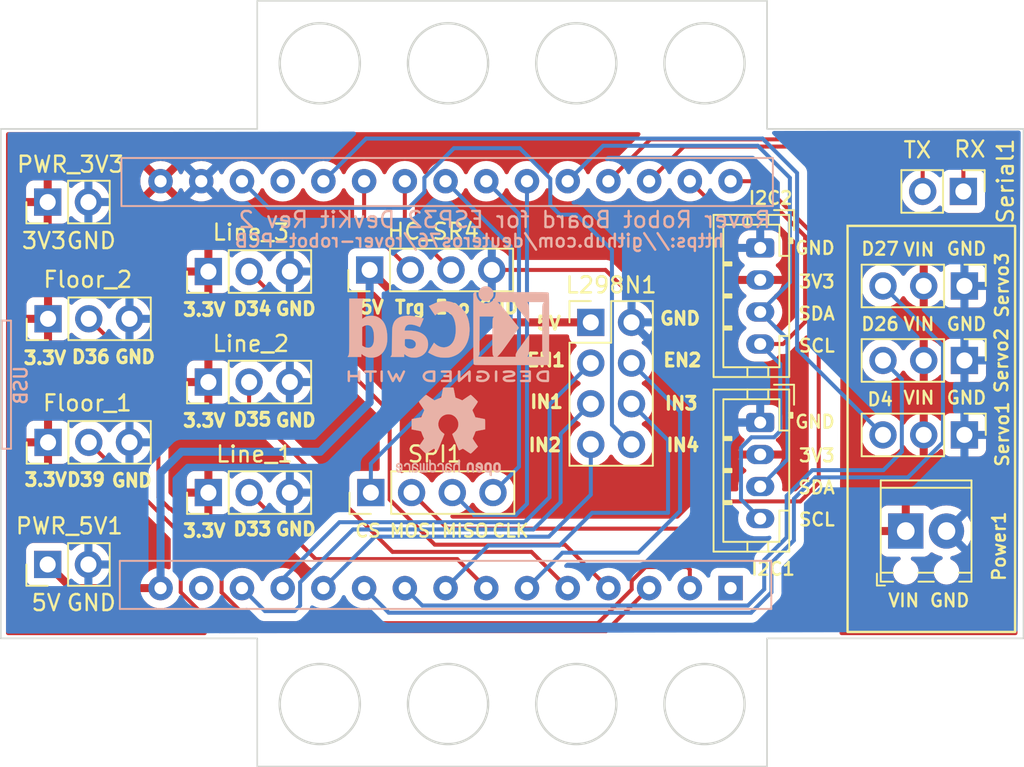
<source format=kicad_pcb>
(kicad_pcb (version 20221018) (generator pcbnew)
  (title_block (title "Rover Robot") (date "2024-01-03") (rev "2"))
  (layers (0 "F.Cu" signal) (31 "B.Cu" signal) (34 "B.Paste" user) (35 "F.Paste" user) (36 "B.SilkS" user "B.Silkscreen") (37 "F.SilkS" user "F.Silkscreen") (38 "B.Mask" user) (39 "F.Mask" user) (44 "Edge.Cuts" user))
  (net 0 "")
  (net 1 "+3.3V")
  (net 2 "GND")
  (net 3 "+5V")
  (net 4 "RX")
  (net 5 "TX")
  (net 7 "Net-(ESP32_DevKit_V1_DOIT1-SENSOR_VP)")
  (net 8 "Net-(ESP32_DevKit_V1_DOIT1-SENSOR_VN)")
  (net 9 "Net-(ESP32_DevKit_V1_DOIT1-IO34)")
  (net 10 "Net-(ESP32_DevKit_V1_DOIT1-IO35)")
  (net 11 "Net-(ESP32_DevKit_V1_DOIT1-IO32)")
  (net 12 "Net-(ESP32_DevKit_V1_DOIT1-IO33)")
  (net 13 "Net-(ESP32_DevKit_V1_DOIT1-IO25)")
  (net 14 "Net-(ESP32_DevKit_V1_DOIT1-IO26)")
  (net 15 "Net-(ESP32_DevKit_V1_DOIT1-IO27)")
  (net 16 "Net-(ESP32_DevKit_V1_DOIT1-IO14)")
  (net 17 "Net-(ESP32_DevKit_V1_DOIT1-IO12)")
  (net 18 "Net-(ESP32_DevKit_V1_DOIT1-IO13)")
  (net 19 "Net-(ESP32_DevKit_V1_DOIT1-IO15)")
  (net 21 "Net-(ESP32_DevKit_V1_DOIT1-IO4)")
  (net 22 "Net-(ESP32_DevKit_V1_DOIT1-IO16)")
  (net 23 "Net-(ESP32_DevKit_V1_DOIT1-IO17)")
  (net 24 "VCS")
  (net 25 "VCLK")
  (net 26 "VMISO")
  (net 27 "SDA")
  (net 28 "SCL")
  (net 29 "VMOSI")
  (net 30 "+9V")
  (footprint "Connector_PinHeader_2.54mm:PinHeader_1x03_P2.54mm_Vertical" (layer "F.Cu") (at 113.025 115.8 90)
    (fp_text reference "Line_2" (at 2.4 2.65 180) (layer "F.SilkS"))
    (fp_text value "TCRT5000")
    (pad "1" thru_hole rect locked (at 0 0 90) (size 1.7 1.7) (drill 1) (layers "*.Cu" "*.Mask") (net 1 "+3.3V"))
    (pad "2" thru_hole oval locked (at 0 2.54 90) (size 1.7 1.7) (drill 1) (layers "*.Cu" "*.Mask") (net 10 "Net-(ESP32_DevKit_V1_DOIT1-IO35)"))
    (pad "3" thru_hole oval locked (at 0 5.08 90) (size 1.7 1.7) (drill 1) (layers "*.Cu" "*.Mask") (net 2 "GND"))
  )
  (footprint "Connector_JST:JST_PH_B4B-PH-K_1x04_P2.00mm_Vertical" (layer "F.Cu") (at 147.45 118.3246 -90)
    (fp_text reference "I2C1" (at 9.1377 -0.8 180) (layer "F.SilkS") (effects (font (size 0.8 0.8))))
    (fp_text value "I2C")
    (pad "1" thru_hole roundrect locked (at 0 0 270) (size 1.2 1.75) (drill 0.75) (layers "*.Cu" "*.Mask") (roundrect_rratio 0.2083333333) (net 2 "GND"))
    (pad "2" thru_hole oval locked (at 2 0 270) (size 1.2 1.75) (drill 0.75) (layers "*.Cu" "*.Mask") (net 1 "+3.3V"))
    (pad "3" thru_hole oval locked (at 4 0 270) (size 1.2 1.75) (drill 0.75) (layers "*.Cu" "*.Mask") (net 27 "SDA"))
    (pad "4" thru_hole oval locked (at 6 0 270) (size 1.2 1.75) (drill 0.75) (layers "*.Cu" "*.Mask") (net 28 "SCL"))
  )
  (footprint "Connector_PinHeader_2.54mm:PinHeader_1x02_P2.54mm_Vertical" (layer "F.Cu") (at 103 104.563175 90)
    (fp_text reference "PWR_3V3" (at 2.35 1.425 180) (layer "F.SilkS"))
    (fp_text value "Conn_3V3")
    (pad "1" thru_hole rect locked (at 0 0 90) (size 1.7 1.7) (drill 1) (layers "*.Cu" "*.Mask") (net 1 "+3.3V"))
    (pad "2" thru_hole oval locked (at 0 2.54 90) (size 1.7 1.7) (drill 1) (layers "*.Cu" "*.Mask") (net 2 "GND"))
  )
  (footprint "TerminalBlock_Phoenix:TerminalBlock_Phoenix_MPT-0,5-2-2.54_1x02_P2.54mm_Horizontal" (layer "F.Cu") (at 156.53 125.1)
    (fp_text reference "Power1" (at 5.82 0.95 90) (layer "F.SilkS") (effects (font (size 0.8 0.8))))
    (fp_text value "Screw_Terminal_01x02")
    (pad "" np_thru_hole circle locked (at 0 2.54) (size 1.1 1.1) (drill 1.1) (layers "*.Cu" "*.Mask"))
    (pad "" np_thru_hole circle locked (at 2.54 2.54) (size 1.1 1.1) (drill 1.1) (layers "*.Cu" "*.Mask"))
    (pad "1" thru_hole rect locked (at 0 0) (size 2.2 2.2) (drill 1.1) (layers "*.Cu" "*.Mask") (net 30 "+9V"))
    (pad "2" thru_hole circle locked (at 2.54 0) (size 2.2 2.2) (drill 1.1) (layers "*.Cu" "*.Mask") (net 2 "GND"))
  )
  (footprint "Connector_PinHeader_2.54mm:PinHeader_1x03_P2.54mm_Vertical" (layer "F.Cu") (at 160.19 109.8 -90)
    (fp_text reference "Servo3" (at -0.05 -2.345 90) (layer "F.SilkS") (effects (font (size 0.8 0.8))))
    (fp_text value "Conn_01x03_Pin")
    (pad "1" thru_hole rect locked (at 0 0 270) (size 1.7 1.7) (drill 1) (layers "*.Cu" "*.Mask") (net 2 "GND"))
    (pad "2" thru_hole oval locked (at 0 2.54 270) (size 1.7 1.7) (drill 1) (layers "*.Cu" "*.Mask") (net 30 "+9V"))
    (pad "3" thru_hole oval locked (at 0 5.08 270) (size 1.7 1.7) (drill 1) (layers "*.Cu" "*.Mask") (net 15 "Net-(ESP32_DevKit_V1_DOIT1-IO27)"))
  )
  (footprint "Connector_PinHeader_2.54mm:PinHeader_1x03_P2.54mm_Vertical" (layer "F.Cu") (at 103.022226 119.5627 90)
    (fp_text reference "Floor_1" (at 2.45 2.45) (layer "F.SilkS"))
    (fp_text value "TCRT5000")
    (pad "1" thru_hole rect locked (at 0 0 90) (size 1.7 1.7) (drill 1) (layers "*.Cu" "*.Mask") (net 1 "+3.3V"))
    (pad "2" thru_hole oval locked (at 0 2.54 90) (size 1.7 1.7) (drill 1) (layers "*.Cu" "*.Mask") (net 8 "Net-(ESP32_DevKit_V1_DOIT1-SENSOR_VN)"))
    (pad "3" thru_hole oval locked (at 0 5.08 90) (size 1.7 1.7) (drill 1) (layers "*.Cu" "*.Mask") (net 2 "GND"))
  )
  (footprint "Connector_PinHeader_2.54mm:PinHeader_1x02_P2.54mm_Vertical" (layer "F.Cu") (at 103 127.1871 90)
    (fp_text reference "PWR_5V1" (at 2.4 1.35) (layer "F.SilkS"))
    (fp_text value "Conn_5V")
    (pad "1" thru_hole rect locked (at 0 0 90) (size 1.7 1.7) (drill 1) (layers "*.Cu" "*.Mask") (net 3 "+5V"))
    (pad "2" thru_hole oval locked (at 0 2.54 90) (size 1.7 1.7) (drill 1) (layers "*.Cu" "*.Mask") (net 2 "GND"))
  )
  (footprint "Connector_PinHeader_2.54mm:PinHeader_1x02_P2.54mm_Vertical" (layer "F.Cu") (at 160.125 103.9 -90)
    (fp_text reference "Serial1" (at -0.65 -2.625 -90) (layer "F.SilkS"))
    (fp_text value "Serial")
    (pad "1" thru_hole rect locked (at 0 0 270) (size 1.7 1.7) (drill 1) (layers "*.Cu" "*.Mask") (net 4 "RX"))
    (pad "2" thru_hole oval locked (at 0 2.54 270) (size 1.7 1.7) (drill 1) (layers "*.Cu" "*.Mask") (net 5 "TX"))
  )
  (footprint "Connector_PinHeader_2.54mm:PinHeader_1x03_P2.54mm_Vertical" (layer "F.Cu") (at 160.19 114.45 -90)
    (fp_text reference "Servo2" (at 0 -2.31 90) (layer "F.SilkS") (effects (font (size 0.8 0.8))))
    (fp_text value "Conn_01x03_Pin")
    (pad "1" thru_hole rect locked (at 0 0 270) (size 1.7 1.7) (drill 1) (layers "*.Cu" "*.Mask") (net 2 "GND"))
    (pad "2" thru_hole oval locked (at 0 2.54 270) (size 1.7 1.7) (drill 1) (layers "*.Cu" "*.Mask") (net 30 "+9V"))
    (pad "3" thru_hole oval locked (at 0 5.08 270) (size 1.7 1.7) (drill 1) (layers "*.Cu" "*.Mask") (net 14 "Net-(ESP32_DevKit_V1_DOIT1-IO26)"))
  )
  (footprint "Connector_PinHeader_2.54mm:PinHeader_2x04_P2.54mm_Vertical" (layer "F.Cu") (at 136.8814 112.0743)
    (fp_text reference "L298N1" (at 1.27 -2.33) (layer "F.SilkS"))
    (fp_text value "L298N")
    (pad "1" thru_hole rect locked (at 0 0) (size 1.7 1.7) (drill 1) (layers "*.Cu" "*.Mask") (net 3 "+5V"))
    (pad "2" thru_hole oval locked (at 2.54 0) (size 1.7 1.7) (drill 1) (layers "*.Cu" "*.Mask") (net 2 "GND"))
    (pad "3" thru_hole oval locked (at 0 2.54) (size 1.7 1.7) (drill 1) (layers "*.Cu" "*.Mask") (net 17 "Net-(ESP32_DevKit_V1_DOIT1-IO12)"))
    (pad "4" thru_hole oval locked (at 2.54 2.54) (size 1.7 1.7) (drill 1) (layers "*.Cu" "*.Mask") (net 11 "Net-(ESP32_DevKit_V1_DOIT1-IO32)"))
    (pad "5" thru_hole oval locked (at 0 5.08) (size 1.7 1.7) (drill 1) (layers "*.Cu" "*.Mask") (net 18 "Net-(ESP32_DevKit_V1_DOIT1-IO13)"))
    (pad "6" thru_hole oval locked (at 2.54 5.08) (size 1.7 1.7) (drill 1) (layers "*.Cu" "*.Mask") (net 13 "Net-(ESP32_DevKit_V1_DOIT1-IO25)"))
    (pad "7" thru_hole oval locked (at 0 7.62) (size 1.7 1.7) (drill 1) (layers "*.Cu" "*.Mask") (net 16 "Net-(ESP32_DevKit_V1_DOIT1-IO14)"))
    (pad "8" thru_hole oval locked (at 2.54 7.62) (size 1.7 1.7) (drill 1) (layers "*.Cu" "*.Mask") (net 19 "Net-(ESP32_DevKit_V1_DOIT1-IO15)"))
  )
  (footprint "Connector_JST:JST_PH_B4B-PH-K_1x04_P2.00mm_Vertical" (layer "F.Cu") (at 147.45 107.4246 -90)
    (fp_text reference "I2C2" (at -3.1123 -0.65 180) (layer "F.SilkS") (effects (font (size 0.8 0.8))))
    (fp_text value "I2C" hide)
    (pad "1" thru_hole roundrect locked (at 0 0 270) (size 1.2 1.75) (drill 0.75) (layers "*.Cu" "*.Mask") (roundrect_rratio 0.2083333333) (net 2 "GND"))
    (pad "2" thru_hole oval locked (at 2 0 270) (size 1.2 1.75) (drill 0.75) (layers "*.Cu" "*.Mask") (net 1 "+3.3V"))
    (pad "3" thru_hole oval locked (at 4 0 270) (size 1.2 1.75) (drill 0.75) (layers "*.Cu" "*.Mask") (net 27 "SDA"))
    (pad "4" thru_hole oval locked (at 6 0 270) (size 1.2 1.75) (drill 0.75) (layers "*.Cu" "*.Mask") (net 28 "SCL"))
  )
  (footprint "Connector_PinHeader_2.54mm:PinHeader_1x03_P2.54mm_Vertical" (layer "F.Cu") (at 113.025 108.9 90)
    (fp_text reference "Line_3" (at 2.45 2.65 180) (layer "F.SilkS"))
    (fp_text value "TCRT5000")
    (pad "1" thru_hole rect locked (at 0 0 90) (size 1.7 1.7) (drill 1) (layers "*.Cu" "*.Mask") (net 1 "+3.3V"))
    (pad "2" thru_hole oval locked (at 0 2.54 90) (size 1.7 1.7) (drill 1) (layers "*.Cu" "*.Mask") (net 9 "Net-(ESP32_DevKit_V1_DOIT1-IO34)"))
    (pad "3" thru_hole oval locked (at 0 5.08 90) (size 1.7 1.7) (drill 1) (layers "*.Cu" "*.Mask") (net 2 "GND"))
  )
  (footprint "Connector_PinHeader_2.54mm:PinHeader_1x03_P2.54mm_Vertical" (layer "F.Cu") (at 103.022226 111.85 90)
    (fp_text reference "Floor_2" (at 2.45 2.48) (layer "F.SilkS"))
    (fp_text value "TCRT5000")
    (pad "1" thru_hole rect locked (at 0 0 90) (size 1.7 1.7) (drill 1) (layers "*.Cu" "*.Mask") (net 1 "+3.3V"))
    (pad "2" thru_hole oval locked (at 0 2.54 90) (size 1.7 1.7) (drill 1) (layers "*.Cu" "*.Mask") (net 7 "Net-(ESP32_DevKit_V1_DOIT1-SENSOR_VP)"))
    (pad "3" thru_hole oval locked (at 0 5.08 90) (size 1.7 1.7) (drill 1) (layers "*.Cu" "*.Mask") (net 2 "GND"))
  )
  (footprint "Connector_PinHeader_2.54mm:PinHeader_1x04_P2.54mm_Vertical" (layer "F.Cu") (at 123.0842 108.8016 90)
    (fp_text reference "HC_SR4" (at 2.4016 3.97) (layer "F.SilkS"))
    (fp_text value "HC SR04")
    (pad "1" thru_hole rect locked (at 0 0 90) (size 1.7 1.7) (drill 1) (layers "*.Cu" "*.Mask") (net 3 "+5V"))
    (pad "2" thru_hole oval locked (at 0 2.54 90) (size 1.7 1.7) (drill 1) (layers "*.Cu" "*.Mask") (net 22 "Net-(ESP32_DevKit_V1_DOIT1-IO16)"))
    (pad "3" thru_hole oval locked (at 0 5.08 90) (size 1.7 1.7) (drill 1) (layers "*.Cu" "*.Mask") (net 23 "Net-(ESP32_DevKit_V1_DOIT1-IO17)"))
    (pad "4" thru_hole oval locked (at 0 7.62 90) (size 1.7 1.7) (drill 1) (layers "*.Cu" "*.Mask") (net 2 "GND"))
  )
  (footprint "Connector_PinHeader_2.54mm:PinHeader_1x04_P2.54mm_Vertical" (layer "F.Cu") (at 123.16 122.7 90)
    (fp_text reference "SPI1" (at 2.4 4 180) (layer "F.SilkS"))
    (fp_text value "Conn_01x04_Pin")
    (pad "1" thru_hole rect locked (at 0 0 90) (size 1.7 1.7) (drill 1) (layers "*.Cu" "*.Mask") (net 24 "VCS"))
    (pad "2" thru_hole oval locked (at 0 2.54 90) (size 1.7 1.7) (drill 1) (layers "*.Cu" "*.Mask") (net 29 "VMOSI"))
    (pad "3" thru_hole oval locked (at 0 5.08 90) (size 1.7 1.7) (drill 1) (layers "*.Cu" "*.Mask") (net 26 "VMISO"))
    (pad "4" thru_hole oval locked (at 0 7.62 90) (size 1.7 1.7) (drill 1) (layers "*.Cu" "*.Mask") (net 25 "VCLK"))
  )
  (footprint "Connector_PinHeader_2.54mm:PinHeader_1x03_P2.54mm_Vertical" (layer "F.Cu") (at 160.19 119.1 -90)
    (fp_text reference "Servo1" (at -0.05 -2.36 -90) (layer "F.SilkS") (effects (font (size 0.8 0.8))))
    (fp_text value "Conn_01x03_Pin")
    (pad "1" thru_hole rect locked (at 0 0 270) (size 1.7 1.7) (drill 1) (layers "*.Cu" "*.Mask") (net 2 "GND"))
    (pad "2" thru_hole oval locked (at 0 2.54 270) (size 1.7 1.7) (drill 1) (layers "*.Cu" "*.Mask") (net 30 "+9V"))
    (pad "3" thru_hole oval locked (at 0 5.08 270) (size 1.7 1.7) (drill 1) (layers "*.Cu" "*.Mask") (net 21 "Net-(ESP32_DevKit_V1_DOIT1-IO4)"))
  )
  (footprint "Connector_PinHeader_2.54mm:PinHeader_1x03_P2.54mm_Vertical" (layer "F.Cu") (at 113.025 122.7 90)
    (fp_text reference "Line_1" (at 2.4 2.8702 180) (layer "F.SilkS"))
    (fp_text value "TCRT5000")
    (pad "1" thru_hole rect locked (at 0 0 90) (size 1.7 1.7) (drill 1) (layers "*.Cu" "*.Mask") (net 1 "+3.3V"))
    (pad "2" thru_hole oval locked (at 0 2.54 90) (size 1.7 1.7) (drill 1) (layers "*.Cu" "*.Mask") (net 12 "Net-(ESP32_DevKit_V1_DOIT1-IO33)"))
    (pad "3" thru_hole oval locked (at 0 5.08 90) (size 1.7 1.7) (drill 1) (layers "*.Cu" "*.Mask") (net 2 "GND"))
  )
  (footprint "Symbol:KiCad-Logo2_5mm_SilkScreen" (layer "B.Cu") (at 128 112.8 180)
    (fp_text reference "KiCad" hide)
    (fp_text value "KiCad-Logo2_5mm_SilkScreen" hide)
  )
  (footprint "ESP32_DevKit_V1_DOIT:esp32_devkit_v1_doit_simplified" (layer "B.Cu") (at 145.6 115.962437 90)
    (fp_text reference "ESP32_DevKit_V1_DOIT1" hide)
    (fp_text value "ESP32_DevKit_V1_DOIT")
    (fp_text user "USB" (at -0.040566 -44.279454 270) (layer "B.SilkS") (effects (font (size 0.8 0.8)) (justify mirror)))
    (pad "1" thru_hole rect locked (at -12.7 0 90) (size 1.524 1.524) (drill 0.762) (layers "*.Cu" "*.Mask"))
    (pad "2" thru_hole circle locked (at -12.7 -2.54 90) (size 1.524 1.524) (drill 0.762) (layers "*.Cu" "*.Mask") (net 7 "Net-(ESP32_DevKit_V1_DOIT1-SENSOR_VP)"))
    (pad "3" thru_hole circle locked (at -12.7 -5.08 90) (size 1.524 1.524) (drill 0.762) (layers "*.Cu" "*.Mask") (net 8 "Net-(ESP32_DevKit_V1_DOIT1-SENSOR_VN)"))
    (pad "4" thru_hole circle locked (at -12.7 -7.62 90) (size 1.524 1.524) (drill 0.762) (layers "*.Cu" "*.Mask") (net 9 "Net-(ESP32_DevKit_V1_DOIT1-IO34)"))
    (pad "5" thru_hole circle locked (at -12.7 -10.16 90) (size 1.524 1.524) (drill 0.762) (layers "*.Cu" "*.Mask") (net 10 "Net-(ESP32_DevKit_V1_DOIT1-IO35)"))
    (pad "6" thru_hole circle locked (at -12.7 -12.7 90) (size 1.524 1.524) (drill 0.762) (layers "*.Cu" "*.Mask") (net 11 "Net-(ESP32_DevKit_V1_DOIT1-IO32)"))
    (pad "7" thru_hole circle locked (at -12.7 -15.24 90) (size 1.524 1.524) (drill 0.762) (layers "*.Cu" "*.Mask") (net 12 "Net-(ESP32_DevKit_V1_DOIT1-IO33)"))
    (pad "8" thru_hole circle locked (at -12.7 -17.78 90) (size 1.524 1.524) (drill 0.762) (layers "*.Cu" "*.Mask") (net 13 "Net-(ESP32_DevKit_V1_DOIT1-IO25)"))
    (pad "9" thru_hole circle locked (at -12.7 -20.32 90) (size 1.524 1.524) (drill 0.762) (layers "*.Cu" "*.Mask") (net 14 "Net-(ESP32_DevKit_V1_DOIT1-IO26)"))
    (pad "10" thru_hole circle locked (at -12.7 -22.86 90) (size 1.524 1.524) (drill 0.762) (layers "*.Cu" "*.Mask") (net 15 "Net-(ESP32_DevKit_V1_DOIT1-IO27)"))
    (pad "11" thru_hole circle locked (at -12.7 -25.4 90) (size 1.524 1.524) (drill 0.762) (layers "*.Cu" "*.Mask") (net 16 "Net-(ESP32_DevKit_V1_DOIT1-IO14)"))
    (pad "12" thru_hole circle locked (at -12.7 -27.94 90) (size 1.524 1.524) (drill 0.762) (layers "*.Cu" "*.Mask") (net 17 "Net-(ESP32_DevKit_V1_DOIT1-IO12)"))
    (pad "13" thru_hole circle locked (at -12.7 -30.48 90) (size 1.524 1.524) (drill 0.762) (layers "*.Cu" "*.Mask") (net 18 "Net-(ESP32_DevKit_V1_DOIT1-IO13)"))
    (pad "14" thru_hole circle locked (at -12.7 -33.02 90) (size 1.524 1.524) (drill 0.762) (layers "*.Cu" "*.Mask"))
    (pad "15" thru_hole circle locked (at -12.7 -35.56 90) (size 1.524 1.524) (drill 0.762) (layers "*.Cu" "*.Mask") (net 3 "+5V"))
    (pad "16" thru_hole circle locked (at 12.7 -35.56 90) (size 1.524 1.524) (drill 0.762) (layers "*.Cu" "*.Mask") (net 1 "+3.3V"))
    (pad "17" thru_hole circle locked (at 12.7 -33.02 90) (size 1.524 1.524) (drill 0.762) (layers "*.Cu" "*.Mask") (net 2 "GND"))
    (pad "18" thru_hole circle locked (at 12.7 -30.48 90) (size 1.524 1.524) (drill 0.762) (layers "*.Cu" "*.Mask") (net 19 "Net-(ESP32_DevKit_V1_DOIT1-IO15)"))
    (pad "19" thru_hole circle locked (at 12.7 -27.94 90) (size 1.524 1.524) (drill 0.762) (layers "*.Cu" "*.Mask"))
    (pad "20" thru_hole circle locked (at 12.7 -25.4 90) (size 1.524 1.524) (drill 0.762) (layers "*.Cu" "*.Mask") (net 21 "Net-(ESP32_DevKit_V1_DOIT1-IO4)"))
    (pad "21" thru_hole circle locked (at 12.7 -22.86 90) (size 1.524 1.524) (drill 0.762) (layers "*.Cu" "*.Mask") (net 22 "Net-(ESP32_DevKit_V1_DOIT1-IO16)"))
    (pad "22" thru_hole circle locked (at 12.7 -20.32 90) (size 1.524 1.524) (drill 0.762) (layers "*.Cu" "*.Mask") (net 23 "Net-(ESP32_DevKit_V1_DOIT1-IO17)"))
    (pad "23" thru_hole circle locked (at 12.7 -17.78 90) (size 1.524 1.524) (drill 0.762) (layers "*.Cu" "*.Mask") (net 24 "VCS"))
    (pad "24" thru_hole circle locked (at 12.7 -15.24 90) (size 1.524 1.524) (drill 0.762) (layers "*.Cu" "*.Mask") (net 25 "VCLK"))
    (pad "25" thru_hole circle locked (at 12.7 -12.7 90) (size 1.524 1.524) (drill 0.762) (layers "*.Cu" "*.Mask") (net 26 "VMISO"))
    (pad "26" thru_hole circle locked (at 12.7 -10.16 90) (size 1.524 1.524) (drill 0.762) (layers "*.Cu" "*.Mask") (net 27 "SDA"))
    (pad "27" thru_hole circle locked (at 12.7 -7.62 90) (size 1.524 1.524) (drill 0.762) (layers "*.Cu" "*.Mask") (net 4 "RX"))
    (pad "28" thru_hole circle locked (at 12.7 -5.08 90) (size 1.524 1.524) (drill 0.762) (layers "*.Cu" "*.Mask") (net 5 "TX"))
    (pad "29" thru_hole circle locked (at 12.7 -2.54 90) (size 1.524 1.524) (drill 0.762) (layers "*.Cu" "*.Mask") (net 28 "SCL"))
    (pad "30" thru_hole circle locked (at 12.7 0 90) (size 1.524 1.524) (drill 0.762) (layers "*.Cu" "*.Mask") (net 29 "VMOSI"))
  )
  (footprint "Symbol:OSHW-Logo2_7.3x6mm_SilkScreen" (layer "B.Cu") (at 127.994383 118.9 180)
    (fp_text reference "REF**" hide)
    (fp_text value "OSHW-Logo2_7.3x6mm_SilkScreen" hide)
  )
  (gr_rect locked (start 152.9 106.05) (end 163.35 131.4) (stroke (width 0.15)) (fill none) (layer "F.SilkS"))
  (gr_circle locked (center 135.975 135.9) (end 138.475 135.9) (stroke (width 0.15)) (fill none) (layer "Edge.Cuts"))
  (gr_circle locked (center 135.975 95.9) (end 138.475 95.9) (stroke (width 0.15)) (fill none) (layer "Edge.Cuts"))
  (gr_circle locked (center 119.975 135.9) (end 122.475 135.9) (stroke (width 0.15)) (fill none) (layer "Edge.Cuts"))
  (gr_circle locked (center 127.975 95.9) (end 130.475 95.9) (stroke (width 0.15)) (fill none) (layer "Edge.Cuts"))
  (gr_poly locked (pts (xy 163.875 131.8) (xy 163.875 100) (xy 147.875 100) (xy 147.875 92) (xy 116.075 92) (xy 116.075 100) (xy 100.075 100) (xy 100.075 131.8) (xy 116.075 131.8) (xy 116.075 139.8) (xy 147.875 139.8) (xy 147.875 131.8)) (stroke (width 0.1)) (fill none) (layer "Edge.Cuts"))
  (gr_circle locked (center 143.975 135.9) (end 146.475 135.9) (stroke (width 0.15)) (fill none) (layer "Edge.Cuts"))
  (gr_circle locked (center 143.975 95.9) (end 146.475 95.9) (stroke (width 0.15)) (fill none) (layer "Edge.Cuts"))
  (gr_circle locked (center 119.975 95.9) (end 122.475 95.9) (stroke (width 0.15)) (fill none) (layer "Edge.Cuts"))
  (gr_circle locked (center 127.975 135.9) (end 130.475 135.9) (stroke (width 0.15)) (fill none) (layer "Edge.Cuts"))
  (gr_text "https://github.com/deuteros76/rover-robot-PCB" (at 145.3 107.45) (layer "B.SilkS") (effects (font (size 0.8 0.8)) (justify left bottom mirror)))
  (gr_text locked "Rover Robot Board for ESP32 DevKit Rev 2" (at 148.2 106.25) (layer "B.SilkS") (effects (font (size 1 1)) (justify left bottom mirror)))
  (gr_text locked "GND" (at 104.1 130.163175) (layer "F.SilkS") (effects (font (size 1 1)) (justify left bottom)))
  (gr_text locked "CLK" (at 130.65 125.55) (layer "F.SilkS") (effects (font (size 0.8 0.8)) (justify left bottom)))
  (gr_text locked "SDA" (at 149.740476 122.85) (layer "F.SilkS") (effects (font (size 0.8 0.8)) (justify left bottom)))
  (gr_text locked "IN1" (at 133 117.5) (layer "F.SilkS") (effects (font (size 0.8 0.8) (thickness 0.2)) (justify left bottom)))
  (gr_text locked "GND" (at 117.125 118.65) (layer "F.SilkS") (effects (font (size 0.8 0.8) (thickness 0.2)) (justify left bottom)))
  (gr_text locked "5V" (at 122.36 111.6) (layer "F.SilkS") (effects (font (size 0.8 0.8) (thickness 0.2)) (justify left bottom)))
  (gr_text locked "GND" (at 117.125 111.7) (layer "F.SilkS") (effects (font (size 0.8 0.8) (thickness 0.2)) (justify left bottom)))
  (gr_text locked "3.3V" (at 111.3412 118.6725) (layer "F.SilkS") (effects (font (size 0.8 0.8) (thickness 0.2)) (justify left bottom)))
  (gr_text locked "Eco" (at 127.06 111.6) (layer "F.SilkS") (effects (font (size 0.8 0.8) (thickness 0.2)) (justify left bottom)))
  (gr_text locked "TX" (at 156.3 101.9) (layer "F.SilkS") (effects (font (size 1 1)) (justify left bottom)))
  (gr_text locked "MISO" (at 127.5 125.55) (layer "F.SilkS") (effects (font (size 0.8 0.8)) (justify left bottom)))
  (gr_text locked "MOSI" (at 124.25 125.55) (layer "F.SilkS") (effects (font (size 0.8 0.8)) (justify left bottom)))
  (gr_text locked "GND" (at 149.55 107.9) (layer "F.SilkS") (effects (font (size 0.8 0.8)) (justify left bottom)))
  (gr_text locked "IN4" (at 141.5 120.2) (layer "F.SilkS") (effects (font (size 0.8 0.8) (thickness 0.2)) (justify left bottom)))
  (gr_text locked "EN2" (at 141.3 114.9) (layer "F.SilkS") (effects (font (size 0.8 0.8) (thickness 0.2)) (justify left bottom)))
  (gr_text locked "GND\n" (at 159 107.95) (layer "F.SilkS") (effects (font (size 0.8 0.8)) (justify left bottom)))
  (gr_text locked "GND\n" (at 159 112.65) (layer "F.SilkS") (effects (font (size 0.8 0.8)) (justify left bottom)))
  (gr_text locked "GND" (at 117.125 125.45) (layer "F.SilkS") (effects (font (size 0.8 0.8) (thickness 0.2)) (justify left bottom)))
  (gr_text locked "CS" (at 122.1 125.55) (layer "F.SilkS") (effects (font (size 0.8 0.8)) (justify left bottom)))
  (gr_text locked "D39" (at 104.1 122.3627) (layer "F.SilkS") (effects (font (size 0.8 0.8) (thickness 0.2)) (justify left bottom)))
  (gr_text locked "3.3V" (at 111.3412 111.75) (layer "F.SilkS") (effects (font (size 0.8 0.8) (thickness 0.2)) (justify left bottom)))
  (gr_text locked "D35" (at 114.475 118.6) (layer "F.SilkS") (effects (font (size 0.8 0.8) (thickness 0.2)) (justify left bottom)))
  (gr_text locked "SCL" (at 149.778571 114) (layer "F.SilkS") (effects (font (size 0.8 0.8)) (justify left bottom)))
  (gr_text locked "D34" (at 114.475 111.7) (layer "F.SilkS") (effects (font (size 0.8 0.8) (thickness 0.2)) (justify left bottom)))
  (gr_text locked "3.3V" (at 101.4 114.7627) (layer "F.SilkS") (effects (font (size 0.8 0.8) (thickness 0.2)) (justify left bottom)))
  (gr_text locked "GND" (at 129.76 111.6) (layer "F.SilkS") (effects (font (size 0.8 0.8) (thickness 0.2)) (justify left bottom)))
  (gr_text locked "D26" (at 153.669047 112.65) (layer "F.SilkS") (effects (font (size 0.8 0.8)) (justify left bottom)))
  (gr_text locked "VIN" (at 156.3 112.65) (layer "F.SilkS") (effects (font (size 0.8 0.8)) (justify left bottom)))
  (gr_text locked "IN3" (at 141.4 117.6) (layer "F.SilkS") (effects (font (size 0.8 0.8) (thickness 0.2)) (justify left bottom)))
  (gr_text locked "VIN" (at 156.3 108) (layer "F.SilkS") (effects (font (size 0.8 0.8)) (justify left bottom)))
  (gr_text locked "GND\n" (at 159 117.25) (layer "F.SilkS") (effects (font (size 0.8 0.8)) (justify left bottom)))
  (gr_text locked "SDA" (at 149.740476 112) (layer "F.SilkS") (effects (font (size 0.8 0.8)) (justify left bottom)))
  (gr_text locked "GND" (at 107.1 114.7) (layer "F.SilkS") (effects (font (size 0.8 0.8) (thickness 0.2)) (justify left bottom)))
  (gr_text locked "3V3" (at 149.778571 110) (layer "F.SilkS") (effects (font (size 0.8 0.8)) (justify left bottom)))
  (gr_text locked "D27" (at 153.669047 107.95) (layer "F.SilkS") (effects (font (size 0.8 0.8)) (justify left bottom)))
  (gr_text locked "D33" (at 114.475 125.4472) (layer "F.SilkS") (effects (font (size 0.8 0.8) (thickness 0.2)) (justify left bottom)))
  (gr_text locked "5V" (at 133.4 112.6) (layer "F.SilkS") (effects (font (size 0.8 0.8) (thickness 0.2)) (justify left bottom)))
  (gr_text locked "D4" (at 154.05 117.35) (layer "F.SilkS") (effects (font (size 0.8 0.8)) (justify left bottom)))
  (gr_text locked "GND" (at 106.9 122.4127) (layer "F.SilkS") (effects (font (size 0.8 0.8) (thickness 0.2)) (justify left bottom)))
  (gr_text locked "3.3V" (at 111.3412 125.5508) (layer "F.SilkS") (effects (font (size 0.8 0.8) (thickness 0.2)) (justify left bottom)))
  (gr_text locked "GND\n" (at 157.95 129.9) (layer "F.SilkS") (effects (font (size 0.8 0.8)) (justify left bottom)))
  (gr_text locked "IN2" (at 132.9 120.2) (layer "F.SilkS") (effects (font (size 0.8 0.8) (thickness 0.2)) (justify left bottom)))
  (gr_text locked "GND" (at 141.1 112.3) (layer "F.SilkS") (effects (font (size 0.8 0.8) (thickness 0.2)) (justify left bottom)))
  (gr_text locked "3V3" (at 101.3 107.563175) (layer "F.SilkS") (effects (font (size 1 1)) (justify left bottom)))
  (gr_text locked "VIN" (at 155.35 129.9) (layer "F.SilkS") (effects (font (size 0.8 0.8)) (justify left bottom)))
  (gr_text locked "VIN" (at 156.3 117.25) (layer "F.SilkS") (effects (font (size 0.8 0.8)) (justify left bottom)))
  (gr_text locked "Trg" (at 124.56 111.6) (layer "F.SilkS") (effects (font (size 0.8 0.8) (thickness 0.2)) (justify left bottom)))
  (gr_text locked "GND" (at 149.55 118.75) (layer "F.SilkS") (effects (font (size 0.8 0.8)) (justify left bottom)))
  (gr_text locked "3V3" (at 149.778571 120.85) (layer "F.SilkS") (effects (font (size 0.8 0.8)) (justify left bottom)))
  (gr_text locked "D36" (at 104.4 114.7) (layer "F.SilkS") (effects (font (size 0.8 0.8) (thickness 0.2)) (justify left bottom)))
  (gr_text locked "RX" (at 159.45 101.85) (layer "F.SilkS") (effects (font (size 1 1)) (justify left bottom)))
  (gr_text locked "5V" (at 101.9 130.163175) (layer "F.SilkS") (effects (font (size 1 1)) (justify left bottom)))
  (gr_text locked "SCL" (at 149.778571 124.85) (layer "F.SilkS") (effects (font (size 0.8 0.8)) (justify left bottom)))
  (gr_text locked "3.3V" (at 101.45 122.3627) (layer "F.SilkS") (effects (font (size 0.8 0.8) (thickness 0.2)) (justify left bottom)))
  (gr_text locked "GND" (at 104.1 107.563175) (layer "F.SilkS") (effects (font (size 1 1)) (justify left bottom)))
  (gr_text locked "EN1" (at 132.8 114.9) (layer "F.SilkS") (effects (font (size 0.8 0.8) (thickness 0.2)) (justify left bottom)))
  (segment (start 139.4214 110.4246) (end 139.4214 112.0743) (width 0.25) (layer "F.Cu") (net 2))
  (segment (start 137.7984 108.8016) (end 139.4214 110.4246) (width 0.25) (layer "F.Cu") (net 2))
  (segment (start 130.7042 108.8016) (end 137.7984 108.8016) (width 0.25) (layer "F.Cu") (net 2))
  (segment (start 145.6717 118.3246) (end 139.4214 112.0743) (width 0.5) (layer "B.Cu") (net 2))
  (segment (start 147.45 118.3246) (end 145.6717 118.3246) (width 0.5) (layer "B.Cu") (net 2))
  (segment (start 104.475337 128.662437) (end 110.04 128.662437) (width 0.5) (layer "F.Cu") (net 3))
  (segment (start 123.0842 108.8016) (end 126.3569 112.0743) (width 0.5) (layer "F.Cu") (net 3))
  (segment (start 126.3569 112.0743) (end 136.8814 112.0743) (width 0.5) (layer "F.Cu") (net 3))
  (segment (start 103 127.1871) (end 104.475337 128.662437) (width 0.5) (layer "F.Cu") (net 3))
  (segment (start 110.04 128.662437) (end 110.04 124.9) (width 0.5) (layer "B.Cu") (net 3))
  (segment (start 111.35 120.15) (end 110.04 121.46) (width 0.5) (layer "B.Cu") (net 3))
  (segment (start 110.04 121.46) (end 110.04 124.9) (width 0.5) (layer "B.Cu") (net 3))
  (segment (start 120 120.15) (end 111.35 120.15) (width 0.5) (layer "B.Cu") (net 3))
  (segment (start 123.0842 117.0658) (end 120 120.15) (width 0.5) (layer "B.Cu") (net 3))
  (segment (start 123.0842 108.8016) (end 123.0842 117.0658) (width 0.5) (layer "B.Cu") (net 3))
  (segment (start 160.125 102.425) (end 160.125 103.9) (width 0.25) (layer "F.Cu") (net 4))
  (segment (start 158.35 100.65) (end 160.125 102.425) (width 0.25) (layer "F.Cu") (net 4))
  (segment (start 140.592437 100.65) (end 158.35 100.65) (width 0.25) (layer "F.Cu") (net 4))
  (segment (start 137.98 103.262437) (end 140.592437 100.65) (width 0.25) (layer "F.Cu") (net 4))
  (segment (start 157.585 101.735) (end 157.585 103.9) (width 0.25) (layer "F.Cu") (net 5))
  (segment (start 142.682437 101.1) (end 156.95 101.1) (width 0.25) (layer "F.Cu") (net 5))
  (segment (start 156.95 101.1) (end 157.585 101.735) (width 0.25) (layer "F.Cu") (net 5))
  (segment (start 140.52 103.262437) (end 142.682437 101.1) (width 0.25) (layer "F.Cu") (net 5))
  (segment (start 115.770312 130.85) (end 137.329688 130.85) (width 0.25) (layer "F.Cu") (net 7))
  (segment (start 139.433 128.212186) (end 140.295186 127.35) (width 0.25) (layer "F.Cu") (net 7))
  (segment (start 142.9 127.35) (end 143.06 127.51) (width 0.25) (layer "F.Cu") (net 7))
  (segment (start 110.65 123.7) (end 113.85 126.9) (width 0.25) (layer "F.Cu") (net 7))
  (segment (start 143.06 127.51) (end 143.06 128.662437) (width 0.25) (layer "F.Cu") (net 7))
  (segment (start 113.85 126.9) (end 113.85 128.929688) (width 0.25) (layer "F.Cu") (net 7))
  (segment (start 110.6 123.7) (end 109.906113 123.006113) (width 0.25) (layer "F.Cu") (net 7))
  (segment (start 137.329688 130.85) (end 139.433 128.746688) (width 0.25) (layer "F.Cu") (net 7))
  (segment (start 140.295186 127.35) (end 142.9 127.35) (width 0.25) (layer "F.Cu") (net 7))
  (segment (start 110.65 123.7) (end 110.6 123.7) (width 0.25) (layer "F.Cu") (net 7))
  (segment (start 139.433 128.746688) (end 139.433 128.212186) (width 0.25) (layer "F.Cu") (net 7))
  (segment (start 109.906113 123.006113) (end 109.906113 116.193887) (width 0.25) (layer "F.Cu") (net 7))
  (segment (start 113.85 128.929688) (end 115.770312 130.85) (width 0.25) (layer "F.Cu") (net 7))
  (segment (start 105.562226 111.85) (end 109.906113 116.193887) (width 0.25) (layer "F.Cu") (net 7))
  (segment (start 105.562226 119.5627) (end 111.3 125.300474) (width 0.25) (layer "F.Cu") (net 8))
  (segment (start 113.730312 131.35) (end 137.832437 131.35) (width 0.25) (layer "F.Cu") (net 8))
  (segment (start 111.3 125.300474) (end 111.3 128.919688) (width 0.25) (layer "F.Cu") (net 8))
  (segment (start 111.3 128.919688) (end 113.730312 131.35) (width 0.25) (layer "F.Cu") (net 8))
  (segment (start 137.832437 131.35) (end 140.52 128.662437) (width 0.25) (layer "F.Cu") (net 8))
  (segment (start 127.15 125.95) (end 135.267563 125.95) (width 0.25) (layer "F.Cu") (net 9))
  (segment (start 135.267563 125.95) (end 137.98 128.662437) (width 0.25) (layer "F.Cu") (net 9))
  (segment (start 124.335 117.67) (end 124.335 123.135) (width 0.25) (layer "F.Cu") (net 9))
  (segment (start 124.335 123.135) (end 127.15 125.95) (width 0.25) (layer "F.Cu") (net 9))
  (segment (start 115.565 108.9) (end 124.335 117.67) (width 0.25) (layer "F.Cu") (net 9))
  (segment (start 133.177563 126.4) (end 135.44 128.662437) (width 0.25) (layer "F.Cu") (net 10))
  (segment (start 115.565 115.8) (end 115.565 117.455) (width 0.25) (layer "F.Cu") (net 10))
  (segment (start 124.51 126.4) (end 133.177563 126.4) (width 0.25) (layer "F.Cu") (net 10))
  (segment (start 115.565 117.455) (end 124.51 126.4) (width 0.25) (layer "F.Cu") (net 10))
  (segment (start 139.85 126.45) (end 135.112437 126.45) (width 0.25) (layer "B.Cu") (net 11))
  (segment (start 139.4214 114.6143) (end 142.45 117.6429) (width 0.25) (layer "B.Cu") (net 11))
  (segment (start 142.45 117.6429) (end 142.45 123.85) (width 0.25) (layer "B.Cu") (net 11))
  (segment (start 135.112437 126.45) (end 132.9 128.662437) (width 0.25) (layer "B.Cu") (net 11))
  (segment (start 142.45 123.85) (end 139.85 126.45) (width 0.25) (layer "B.Cu") (net 11))
  (segment (start 119.715 126.85) (end 115.565 122.7) (width 0.25) (layer "F.Cu") (net 12))
  (segment (start 128.547563 126.85) (end 119.715 126.85) (width 0.25) (layer "F.Cu") (net 12))
  (segment (start 130.36 128.662437) (end 128.547563 126.85) (width 0.25) (layer "F.Cu") (net 12))
  (segment (start 141.7 123.963604) (end 136.962437 123.963604) (width 0.25) (layer "B.Cu") (net 13))
  (segment (start 130.482437 126) (end 127.82 128.662437) (width 0.25) (layer "B.Cu") (net 13))
  (segment (start 136.962437 123.963604) (end 134.926041 126) (width 0.25) (layer "B.Cu") (net 13))
  (segment (start 139.4214 117.1543) (end 141.7 119.4329) (width 0.25) (layer "B.Cu") (net 13))
  (segment (start 141.7 119.4329) (end 141.7 123.963604) (width 0.25) (layer "B.Cu") (net 13))
  (segment (start 134.926041 126) (end 130.482437 126) (width 0.25) (layer "B.Cu") (net 13))
  (segment (start 155.11 114.45) (end 156.285 115.625) (width 0.25) (layer "B.Cu") (net 14))
  (segment (start 156.285 115.625) (end 156.285 120.151437) (width 0.25) (layer "B.Cu") (net 14))
  (segment (start 156.285 120.151437) (end 155.136437 121.3) (width 0.25) (layer "B.Cu") (net 14))
  (segment (start 150.7 121.3) (end 149.1 122.9) (width 0.25) (layer "B.Cu") (net 14))
  (segment (start 155.136437 121.3) (end 150.7 121.3) (width 0.25) (layer "B.Cu") (net 14))
  (segment (start 126.367 129.749437) (end 125.28 128.662437) (width 0.25) (layer "B.Cu") (net 14))
  (segment (start 147.7 126.9) (end 147.7 128.736436) (width 0.25) (layer "B.Cu") (net 14))
  (segment (start 146.686999 129.749437) (end 126.367 129.749437) (width 0.25) (layer "B.Cu") (net 14))
  (segment (start 147.7 128.736436) (end 146.686999 129.749437) (width 0.25) (layer "B.Cu") (net 14))
  (segment (start 149.1 125.5) (end 147.7 126.9) (width 0.25) (layer "B.Cu") (net 14))
  (segment (start 149.1 122.9) (end 149.1 125.5) (width 0.25) (layer "B.Cu") (net 14))
  (segment (start 124.277 130.199437) (end 122.74 128.662437) (width 0.25) (layer "B.Cu") (net 15))
  (segment (start 149.55 125.686396) (end 148.15 127.086396) (width 0.25) (layer "B.Cu") (net 15))
  (segment (start 148.15 128.922832) (end 146.873395 130.199437) (width 0.25) (layer "B.Cu") (net 15))
  (segment (start 158.85 119.561701) (end 156.661701 121.75) (width 0.25) (layer "B.Cu") (net 15))
  (segment (start 148.15 127.086396) (end 148.15 128.922832) (width 0.25) (layer "B.Cu") (net 15))
  (segment (start 146.873395 130.199437) (end 124.277 130.199437) (width 0.25) (layer "B.Cu") (net 15))
  (segment (start 155.11 109.8) (end 158.85 113.54) (width 0.25) (layer "B.Cu") (net 15))
  (segment (start 156.661701 121.75) (end 150.886396 121.75) (width 0.25) (layer "B.Cu") (net 15))
  (segment (start 149.55 123.086396) (end 149.55 125.686396) (width 0.25) (layer "B.Cu") (net 15))
  (segment (start 150.886396 121.75) (end 149.55 123.086396) (width 0.25) (layer "B.Cu") (net 15))
  (segment (start 158.85 113.54) (end 158.85 119.561701) (width 0.25) (layer "B.Cu") (net 15))
  (segment (start 123.412437 125.45) (end 120.2 128.662437) (width 0.25) (layer "B.Cu") (net 16))
  (segment (start 134.263604 125.45) (end 123.412437 125.45) (width 0.25) (layer "B.Cu") (net 16))
  (segment (start 136.8814 122.832204) (end 134.263604 125.45) (width 0.25) (layer "B.Cu") (net 16))
  (segment (start 136.8814 119.6943) (end 136.8814 122.832204) (width 0.25) (layer "B.Cu") (net 16))
  (segment (start 132.75 124.55) (end 121.2 124.55) (width 0.25) (layer "B.Cu") (net 17))
  (segment (start 121.2 124.55) (end 117.66 128.09) (width 0.25) (layer "B.Cu") (net 17))
  (segment (start 117.66 128.09) (end 117.66 128.662437) (width 0.25) (layer "B.Cu") (net 17))
  (segment (start 136.8814 114.6143) (end 134.306802 117.188898) (width 0.25) (layer "B.Cu") (net 17))
  (segment (start 134.306802 122.993198) (end 132.75 124.55) (width 0.25) (layer "B.Cu") (net 17))
  (segment (start 134.306802 117.188898) (end 134.306802 122.993198) (width 0.25) (layer "B.Cu") (net 17))
  (segment (start 135 119.0357) (end 136.8814 117.1543) (width 0.25) (layer "B.Cu") (net 18))
  (segment (start 118.4 130.1) (end 118.747 129.753) (width 0.25) (layer "B.Cu") (net 18))
  (segment (start 118.747 128.303) (end 122.05 125) (width 0.25) (layer "B.Cu") (net 18))
  (segment (start 116.557563 130.1) (end 118.4 130.1) (width 0.25) (layer "B.Cu") (net 18))
  (segment (start 133.3 125) (end 135 123.3) (width 0.25) (layer "B.Cu") (net 18))
  (segment (start 122.05 125) (end 133.3 125) (width 0.25) (layer "B.Cu") (net 18))
  (segment (start 118.747 129.753) (end 118.747 128.303) (width 0.25) (layer "B.Cu") (net 18))
  (segment (start 115.12 128.662437) (end 116.557563 130.1) (width 0.25) (layer "B.Cu") (net 18))
  (segment (start 135 123.3) (end 135 119.0357) (width 0.25) (layer "B.Cu") (net 18))
  (segment (start 138.2 118.4729) (end 138.2 107.559688) (width 0.25) (layer "B.Cu") (net 19))
  (segment (start 126.5 103.946041) (end 126.5 103.045186) (width 0.25) (layer "B.Cu") (net 19))
  (segment (start 139.4214 119.6943) (end 138.2 118.4729) (width 0.25) (layer "B.Cu") (net 19))
  (segment (start 132.45 101.2) (end 134.353 103.103) (width 0.25) (layer "B.Cu") (net 19))
  (segment (start 116.780583 104.92302) (end 125.523021 104.92302) (width 0.25) (layer "B.Cu") (net 19))
  (segment (start 128.345186 101.2) (end 132.45 101.2) (width 0.25) (layer "B.Cu") (net 19))
  (segment (start 134.95 105.35) (end 134.353 104.753) (width 0.25) (layer "B.Cu") (net 19))
  (segment (start 115.12 103.262437) (end 116.780583 104.92302) (width 0.25) (layer "B.Cu") (net 19))
  (segment (start 138.2 107.559688) (end 135.990312 105.35) (width 0.25) (layer "B.Cu") (net 19))
  (segment (start 126.5 103.045186) (end 128.345186 101.2) (width 0.25) (layer "B.Cu") (net 19))
  (segment (start 135.990312 105.35) (end 134.95 105.35) (width 0.25) (layer "B.Cu") (net 19))
  (segment (start 134.353 104.753) (end 134.353 103.103) (width 0.25) (layer "B.Cu") (net 19))
  (segment (start 125.523021 104.92302) (end 126.5 103.946041) (width 0.25) (layer "B.Cu") (net 19))
  (segment (start 122.862437 100.6) (end 147.6 100.6) (width 0.25) (layer "B.Cu") (net 21))
  (segment (start 149.75 102.75) (end 149.75 113.74) (width 0.25) (layer "B.Cu") (net 21))
  (segment (start 120.2 103.262437) (end 122.862437 100.6) (width 0.25) (layer "B.Cu") (net 21))
  (segment (start 147.6 100.6) (end 149.75 102.75) (width 0.25) (layer "B.Cu") (net 21))
  (segment (start 149.75 113.74) (end 155.11 119.1) (width 0.25) (layer "B.Cu") (net 21))
  (segment (start 122.74 103.262437) (end 122.74 105.9174) (width 0.25) (layer "F.Cu") (net 22))
  (segment (start 122.74 105.9174) (end 125.6242 108.8016) (width 0.25) (layer "F.Cu") (net 22))
  (segment (start 125.28 105.9174) (end 128.1642 108.8016) (width 0.25) (layer "F.Cu") (net 23))
  (segment (start 125.28 103.262437) (end 125.28 105.9174) (width 0.25) (layer "F.Cu") (net 23))
  (segment (start 131.8792 112.1708) (end 123.16 120.89) (width 0.25) (layer "B.Cu") (net 24))
  (segment (start 123.16 120.89) (end 123.16 122.7) (width 0.25) (layer "B.Cu") (net 24))
  (segment (start 131.8792 107.321637) (end 131.8792 112.1708) (width 0.25) (layer "B.Cu") (net 24))
  (segment (start 127.82 103.262437) (end 131.8792 107.321637) (width 0.25) (layer "B.Cu") (net 24))
  (segment (start 132.4 105.302437) (end 132.4 121.08) (width 0.25) (layer "B.Cu") (net 25))
  (segment (start 130.36 103.262437) (end 132.4 105.302437) (width 0.25) (layer "B.Cu") (net 25))
  (segment (start 132.4 121.08) (end 130.78 122.7) (width 0.25) (layer "B.Cu") (net 25))
  (segment (start 132.9 123.4) (end 132.2 124.1) (width 0.25) (layer "B.Cu") (net 26))
  (segment (start 129.6 124.06) (end 128.24 122.7) (width 0.25) (layer "B.Cu") (net 26))
  (segment (start 129.6 124.1) (end 129.6 124.06) (width 0.25) (layer "B.Cu") (net 26))
  (segment (start 132.2 124.1) (end 129.6 124.1) (width 0.25) (layer "B.Cu") (net 26))
  (segment (start 132.9 103.262437) (end 132.9 123.4) (width 0.25) (layer "B.Cu") (net 26))
  (segment (start 149.15 120.6246) (end 147.45 122.3246) (width 0.25) (layer "B.Cu") (net 27))
  (segment (start 147.3 101.05) (end 149.3 103.05) (width 0.25) (layer "B.Cu") (net 27))
  (segment (start 147.45 111.4246) (end 149.15 113.1246) (width 0.25) (layer "B.Cu") (net 27))
  (segment (start 137.652437 101.05) (end 147.3 101.05) (width 0.25) (layer "B.Cu") (net 27))
  (segment (start 149.15 113.1246) (end 149.15 120.6246) (width 0.25) (layer "B.Cu") (net 27))
  (segment (start 149.3 109.5746) (end 147.45 111.4246) (width 0.25) (layer "B.Cu") (net 27))
  (segment (start 149.3 103.05) (end 149.3 109.5746) (width 0.25) (layer "B.Cu") (net 27))
  (segment (start 135.44 103.262437) (end 137.652437 101.05) (width 0.25) (layer "B.Cu") (net 27))
  (segment (start 148.8754 113.4246) (end 147.45 113.4246) (width 0.25) (layer "F.Cu") (net 28))
  (segment (start 150.25 106.7) (end 150.25 112.05) (width 0.25) (layer "F.Cu") (net 28))
  (segment (start 148.25 104.7) (end 150.25 106.7) (width 0.25) (layer "F.Cu") (net 28))
  (segment (start 143.06 103.262437) (end 144.497563 104.7) (width 0.25) (layer "F.Cu") (net 28))
  (segment (start 150.25 112.05) (end 148.8754 113.4246) (width 0.25) (layer "F.Cu") (net 28))
  (segment (start 144.497563 104.7) (end 148.25 104.7) (width 0.25) (layer "F.Cu") (net 28))
  (segment (start 147.45 113.4246) (end 148.7 114.6746) (width 0.25) (layer "B.Cu") (net 28))
  (segment (start 146.9004 119.2496) (end 146.25 119.9) (width 0.25) (layer "B.Cu") (net 28))
  (segment (start 146.25 123.1246) (end 147.45 124.3246) (width 0.25) (layer "B.Cu") (net 28))
  (segment (start 146.25 119.9) (end 146.25 123.1246) (width 0.25) (layer "B.Cu") (net 28))
  (segment (start 148.313173 119.2496) (end 146.9004 119.2496) (width 0.25) (layer "B.Cu") (net 28))
  (segment (start 148.7 118.862773) (end 148.313173 119.2496) (width 0.25) (layer "B.Cu") (net 28))
  (segment (start 148.7 114.6746) (end 148.7 118.862773) (width 0.25) (layer "B.Cu") (net 28))
  (segment (start 149.9504 123.2496) (end 144.3004 123.2496) (width 0.25) (layer "F.Cu") (net 29))
  (segment (start 142.6 124.95) (end 127.95 124.95) (width 0.25) (layer "F.Cu") (net 29))
  (segment (start 151.1 106.913604) (end 151.1 122.1) (width 0.25) (layer "F.Cu") (net 29))
  (segment (start 144.3004 123.2496) (end 142.6 124.95) (width 0.25) (layer "F.Cu") (net 29))
  (segment (start 151.1 122.1) (end 149.9504 123.2496) (width 0.25) (layer "F.Cu") (net 29))
  (segment (start 127.95 124.95) (end 125.7 122.7) (width 0.25) (layer "F.Cu") (net 29))
  (segment (start 145.6 103.262437) (end 147.448833 103.262437) (width 0.25) (layer "F.Cu") (net 29))
  (segment (start 147.448833 103.262437) (end 151.1 106.913604) (width 0.25) (layer "F.Cu") (net 29))
  (zone (net 30) (net_name "+9V") (layer "F.Cu") (priority 2) (connect_pads (clearance 0.5)) (min_thickness 0.25) (fill yes (thermal_gap 0.5) (thermal_bridge_width 0.5))
    (polygon (pts (xy 152.5 100.4) (xy 152.4 131.6) (xy 163.5 131.6) (xy 163.6 100.4)))
  )
  (zone (net 1) (net_name "+3.3V") (layer "F.Cu") (connect_pads (clearance 0.5)) (min_thickness 0.25) (fill yes (thermal_gap 0.5) (thermal_bridge_width 0.5))
    (polygon (pts (xy 100.4 131.6) (xy 152.4 131.6) (xy 152.5 100.2) (xy 100.4 100.2)))
  )
  (zone (net 2) (net_name "GND") (layer "B.Cu") (priority 1) (connect_pads (clearance 0.5)) (min_thickness 0.25) (fill yes (thermal_gap 0.5) (thermal_bridge_width 0.5))
    (polygon (pts (xy 100.5 100.2) (xy 100.4 131.5) (xy 163.5 131.4) (xy 163.7 100.1)))
  )
)
</source>
